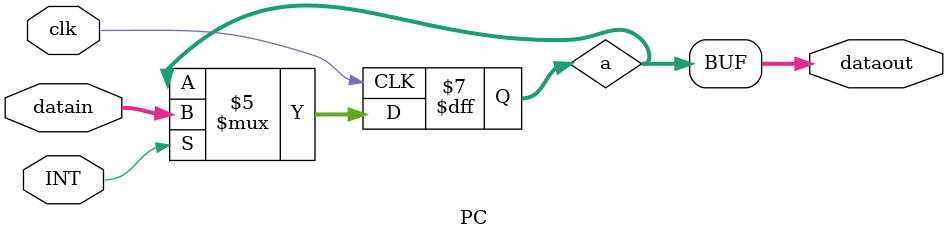
<source format=v>
`timescale 1ns / 1ps
module PC(
input clk,
input INT,
input [31:0]datain,
output [31:0]dataout
    );
reg [31:0]a=0;
assign dataout=a;

always@(posedge clk)
begin
	if(INT==1)
		a=datain;
end

endmodule

</source>
